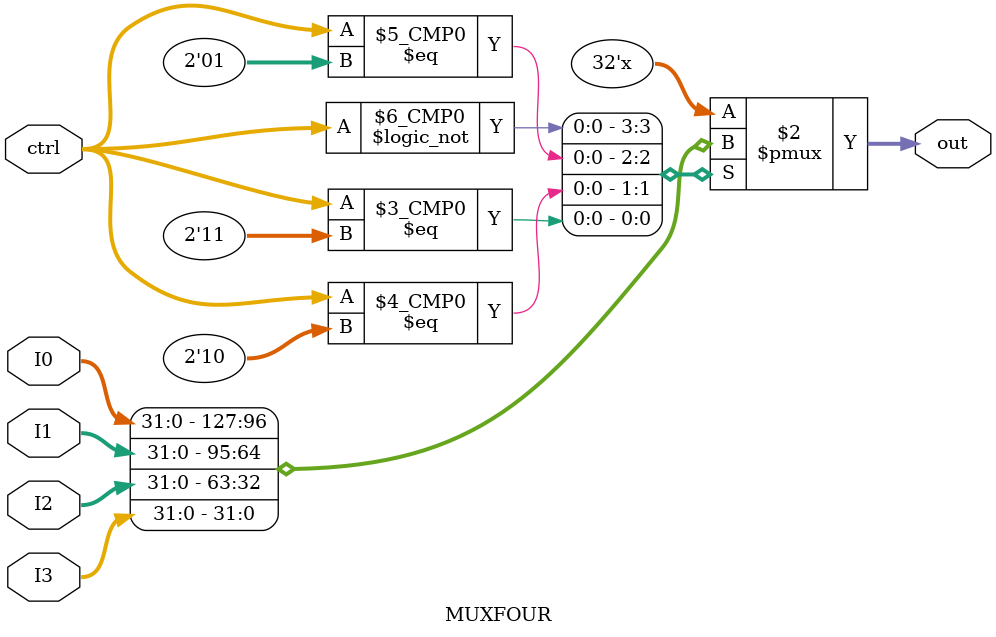
<source format=v>
module MUXFOUR(I0,I1,I2,I3,ctrl,out);
    parameter width=32;
    input[width-1:0] I0,I1,I2,I3;
    input[2-1:0] ctrl;
    output reg[width-1:0] out;

    always@(I0 or I1 or I2 or ctrl) begin
        case(ctrl)
            2'b00:out=I0;
            2'b01:out=I1;
            2'b10:out=I2;
            2'b11:out=I3;
        endcase
    end
endmodule
</source>
